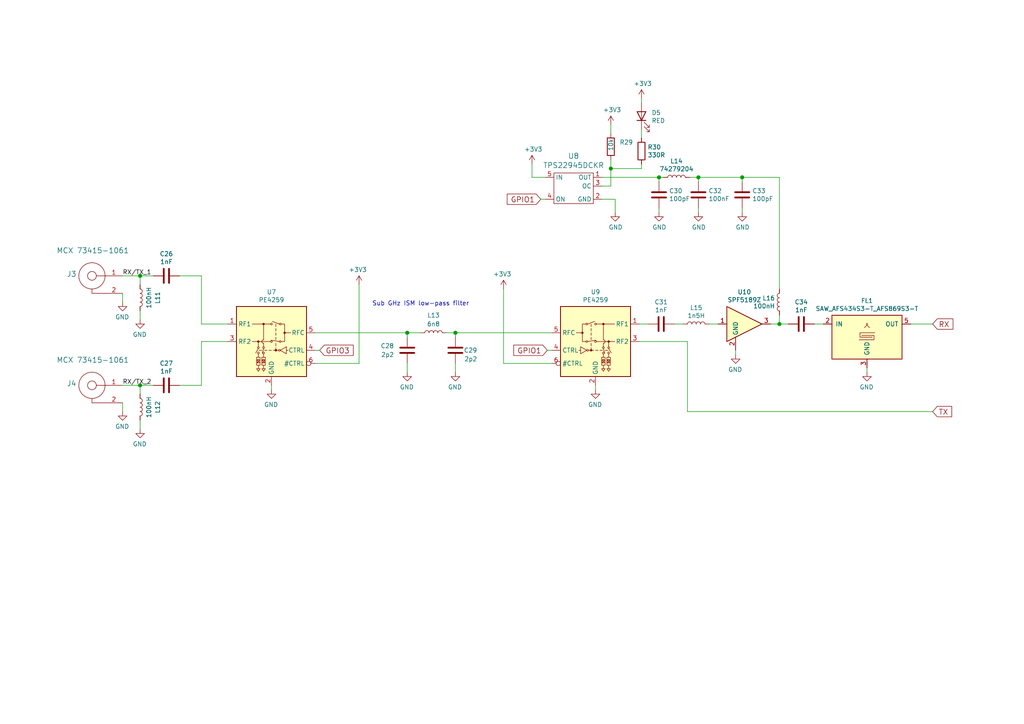
<source format=kicad_sch>
(kicad_sch (version 20210406) (generator eeschema)
  (paper "A4")
  (lib_symbols
    (symbol "Device:C" (pin_numbers hide) (pin_names (offset 0.254))
      (property "Reference" "C" (at 0.635 2.54 0))
      (property "Value" "C" (at 0.635 -2.54 0))
      (symbol "C_0_1"
        (polyline (pts (xy -2.032 -0.762) (xy 2.032 -0.762)) (stroke (width 0.508)))
        (polyline (pts (xy -2.032 0.762) (xy 2.032 0.762)) (stroke (width 0.508)))
      )
      (symbol "C_1_1"
        (pin passive line (at 0 3.81 270) (length 2.794) (name "~") (number "1"))
        (pin passive line (at 0 -3.81 90) (length 2.794) (name "~") (number "2"))
      )
    )
    (symbol "Device:L" (pin_numbers hide) (pin_names (offset 1.016) hide)
      (property "Reference" "L" (at -1.27 0 90))
      (property "Value" "L" (at 1.905 0 90))
      (symbol "L_0_1"
        (arc (start 0 -2.54) (end 0 -1.27) (radius (at 0 -1.905) (length 0.635) (angles -89.9 89.9)))
        (arc (start 0 -1.27) (end 0 0) (radius (at 0 -0.635) (length 0.635) (angles -89.9 89.9)))
        (arc (start 0 0) (end 0 1.27) (radius (at 0 0.635) (length 0.635) (angles -89.9 89.9)))
        (arc (start 0 1.27) (end 0 2.54) (radius (at 0 1.905) (length 0.635) (angles -89.9 89.9)))
      )
      (symbol "L_1_1"
        (pin passive line (at 0 3.81 270) (length 1.27) (name "1") (number "1"))
        (pin passive line (at 0 -3.81 90) (length 1.27) (name "2") (number "2"))
      )
    )
    (symbol "Device:LED" (pin_numbers hide) (pin_names (offset 1.016) hide)
      (property "Reference" "D" (at 0 2.54 0))
      (property "Value" "LED" (at 0 -2.54 0))
      (symbol "LED_0_1"
        (polyline (pts (xy -1.27 -1.27) (xy -1.27 1.27)) (stroke (width 0.254)))
        (polyline (pts (xy -1.27 0) (xy 1.27 0)))
        (polyline (pts (xy 1.27 -1.27) (xy 1.27 1.27) (xy -1.27 0) (xy 1.27 -1.27)) (stroke (width 0.254)))
        (polyline (pts (xy -3.048 -0.762) (xy -4.572 -2.286) (xy -3.81 -2.286) (xy -4.572 -2.286) (xy -4.572 -1.524)))
        (polyline (pts (xy -1.778 -0.762) (xy -3.302 -2.286) (xy -2.54 -2.286) (xy -3.302 -2.286) (xy -3.302 -1.524)))
      )
      (symbol "LED_1_1"
        (pin passive line (at -3.81 0 0) (length 2.54) (name "K") (number "1"))
        (pin passive line (at 3.81 0 180) (length 2.54) (name "A") (number "2"))
      )
    )
    (symbol "Device:R" (pin_numbers hide) (pin_names (offset 0))
      (property "Reference" "R" (at 2.032 0 90))
      (property "Value" "R" (at 0 0 90))
      (symbol "R_0_1"
        (rectangle (start -1.016 -2.54) (end 1.016 2.54) (stroke (width 0.254)))
      )
      (symbol "R_1_1"
        (pin passive line (at 0 3.81 270) (length 1.27) (name "~") (number "1"))
        (pin passive line (at 0 -3.81 90) (length 1.27) (name "~") (number "2"))
      )
    )
    (symbol "MLAB_CONNECTORS:SMA" (pin_names (offset 1.016))
      (property "Reference" "J" (at 0 5.08 0))
      (property "Value" "SMA" (at 3.81 -5.08 0))
      (symbol "SMA_0_1"
        (circle (center 0 0) (radius 1.27))
        (circle (center 0 0) (radius 3.81))
        (polyline (pts (xy -1.27 0) (xy -3.81 0)))
        (polyline (pts (xy 0 -3.81) (xy 0 -5.08) (xy -3.81 -5.08)))
      )
      (symbol "SMA_1_1"
        (pin unspecified line (at -8.89 0 0) (length 5.08) (name "~") (number "1"))
        (pin unspecified line (at -8.89 -5.08 0) (length 5.08) (name "~") (number "2"))
      )
    )
    (symbol "MLAB_IO:PE4259"
      (property "Reference" "U" (at -10.16 11.43 0))
      (property "Value" "PE4259" (at 1.27 11.43 0))
      (symbol "PE4259_0_0"
        (arc (start 2.286 -0.508) (end 2.286 0.508) (radius (at 2.286 0) (length 0.508) (angles -89.9 89.9)))
        (circle (center -2.286 -2.54) (radius 0.254))
        (circle (center -3.81 2.54) (radius 0.254) (fill (type outline)))
        (circle (center -1.27 -2.54) (radius 0.254) (fill (type outline)))
        (text "50" (at 2.286 -5.715 900) (effects (font (size 0.635 0.635))))
        (text "50" (at 3.81 -5.715 900) (effects (font (size 0.635 0.635))))
        (rectangle (start -10.16 10.16) (end 10.16 -10.16) (stroke (width 0.254)) (fill (type background)))
        (polyline (pts (xy -4.318 -2.54) (xy -4.826 -2.54)))
        (polyline (pts (xy -3.81 2.54) (xy -5.588 2.54)))
        (polyline (pts (xy -1.27 -2.54) (xy -1.27 -1.778)))
        (polyline (pts (xy -1.27 -1.27) (xy -1.27 -0.508)))
        (polyline (pts (xy -1.27 1.27) (xy -1.27 0.508)))
        (polyline (pts (xy -1.27 2.54) (xy -1.27 1.778)))
        (polyline (pts (xy -1.27 3.81) (xy -1.27 3.048)))
        (polyline (pts (xy -1.27 5.08) (xy -1.27 4.318)))
        (polyline (pts (xy -0.508 -2.54) (xy -2.032 -2.54)))
        (polyline (pts (xy 0 -2.54) (xy 0.762 -2.54)))
        (polyline (pts (xy 0.254 0) (xy 5.588 0)))
        (polyline (pts (xy 0.254 5.08) (xy 5.588 5.08)))
        (polyline (pts (xy 2.032 -2.54) (xy 1.27 -2.54)))
        (polyline (pts (xy 2.286 0.508) (xy 2.286 5.08)))
        (polyline (pts (xy 3.556 -2.54) (xy 2.794 -2.54)))
        (polyline (pts (xy -4.318 -1.524) (xy -4.318 -3.556) (xy -2.54 -2.54) (xy -4.318 -1.524)))
        (polyline (pts (xy -2.794 0) (xy -3.81 0) (xy -3.81 5.08) (xy -2.794 5.08)))
      )
      (symbol "PE4259_0_1"
        (circle (center -2.54 0) (radius 0.254))
        (circle (center -2.54 5.08) (radius 0.254))
        (circle (center 0 0) (radius 0.254))
        (circle (center 0 5.08) (radius 0.254))
        (circle (center 2.286 -3.302) (radius 0.254))
        (circle (center 2.286 -1.778) (radius 0.254))
        (circle (center 3.81 -3.302) (radius 0.254))
        (circle (center 3.81 -1.778) (radius 0.254))
        (circle (center 2.286 5.08) (radius 0.254) (fill (type outline)))
        (circle (center 3.81 0) (radius 0.254) (fill (type outline)))
        (rectangle (start 1.778 -4.572) (end 2.794 -6.858))
        (rectangle (start 3.302 -4.572) (end 4.318 -6.858))
        (polyline (pts (xy -2.286 0) (xy 0.127 0.381)))
        (polyline (pts (xy -2.286 5.08) (xy -0.254 5.842)))
        (polyline (pts (xy 2.286 -3.556) (xy 2.286 -4.572)))
        (polyline (pts (xy 2.286 -2.032) (xy 2.667 -3.429)))
        (polyline (pts (xy 2.286 -0.508) (xy 2.286 -1.524)))
        (polyline (pts (xy 3.81 -3.556) (xy 3.81 -4.572)))
        (polyline (pts (xy 3.81 -2.032) (xy 4.572 -3.302)))
        (polyline (pts (xy 3.81 0) (xy 3.81 -1.524)))
        (polyline (pts (xy 2.286 -6.858) (xy 2.286 -7.874) (xy 1.778 -7.874) (xy 2.286 -8.636) (xy 2.794 -7.874) (xy 2.286 -7.874)))
        (polyline (pts (xy 3.81 -6.858) (xy 3.81 -7.874) (xy 3.302 -7.874) (xy 3.81 -8.636) (xy 4.318 -7.874) (xy 3.81 -7.874)))
      )
      (symbol "PE4259_1_1"
        (pin passive line (at 12.7 5.08 180) (length 2.54) (name "RF1") (number "1"))
        (pin passive line (at 0 -12.7 90) (length 2.54) (name "GND") (number "2"))
        (pin passive line (at 12.7 0 180) (length 2.54) (name "RF2") (number "3"))
        (pin input line (at -12.7 -2.54 0) (length 2.54) (name "CTRL") (number "4"))
        (pin passive line (at -12.7 2.54 0) (length 2.54) (name "RFC") (number "5"))
        (pin input inverted (at -12.7 -6.35 0) (length 2.54) (name "#CTRL") (number "6"))
      )
    )
    (symbol "MLAB_IO:PE4259_1"
      (property "Reference" "U" (at -10.16 11.43 0))
      (property "Value" "PE4259" (at 1.27 11.43 0))
      (symbol "PE4259_1_0_0"
        (arc (start 2.286 -0.508) (end 2.286 0.508) (radius (at 2.286 0) (length 0.508) (angles -89.9 89.9)))
        (circle (center -2.286 -2.54) (radius 0.254))
        (circle (center -3.81 2.54) (radius 0.254) (fill (type outline)))
        (circle (center -1.27 -2.54) (radius 0.254) (fill (type outline)))
        (text "50" (at 2.286 -5.715 900) (effects (font (size 0.635 0.635))))
        (text "50" (at 3.81 -5.715 900) (effects (font (size 0.635 0.635))))
        (rectangle (start -10.16 10.16) (end 10.16 -10.16) (stroke (width 0.254)) (fill (type background)))
        (polyline (pts (xy -4.318 -2.54) (xy -4.826 -2.54)))
        (polyline (pts (xy -3.81 2.54) (xy -5.588 2.54)))
        (polyline (pts (xy -1.27 -2.54) (xy -1.27 -1.778)))
        (polyline (pts (xy -1.27 -1.27) (xy -1.27 -0.508)))
        (polyline (pts (xy -1.27 1.27) (xy -1.27 0.508)))
        (polyline (pts (xy -1.27 2.54) (xy -1.27 1.778)))
        (polyline (pts (xy -1.27 3.81) (xy -1.27 3.048)))
        (polyline (pts (xy -1.27 5.08) (xy -1.27 4.318)))
        (polyline (pts (xy -0.508 -2.54) (xy -2.032 -2.54)))
        (polyline (pts (xy 0 -2.54) (xy 0.762 -2.54)))
        (polyline (pts (xy 0.254 0) (xy 5.588 0)))
        (polyline (pts (xy 0.254 5.08) (xy 5.588 5.08)))
        (polyline (pts (xy 2.032 -2.54) (xy 1.27 -2.54)))
        (polyline (pts (xy 2.286 0.508) (xy 2.286 5.08)))
        (polyline (pts (xy 3.556 -2.54) (xy 2.794 -2.54)))
        (polyline (pts (xy -4.318 -1.524) (xy -4.318 -3.556) (xy -2.54 -2.54) (xy -4.318 -1.524)))
        (polyline (pts (xy -2.794 0) (xy -3.81 0) (xy -3.81 5.08) (xy -2.794 5.08)))
      )
      (symbol "PE4259_1_0_1"
        (circle (center -2.54 0) (radius 0.254))
        (circle (center -2.54 5.08) (radius 0.254))
        (circle (center 0 0) (radius 0.254))
        (circle (center 0 5.08) (radius 0.254))
        (circle (center 2.286 -3.302) (radius 0.254))
        (circle (center 2.286 -1.778) (radius 0.254))
        (circle (center 3.81 -3.302) (radius 0.254))
        (circle (center 3.81 -1.778) (radius 0.254))
        (circle (center 2.286 5.08) (radius 0.254) (fill (type outline)))
        (circle (center 3.81 0) (radius 0.254) (fill (type outline)))
        (rectangle (start 1.778 -4.572) (end 2.794 -6.858))
        (rectangle (start 3.302 -4.572) (end 4.318 -6.858))
        (polyline (pts (xy -2.286 0) (xy 0.127 0.381)))
        (polyline (pts (xy -2.286 5.08) (xy -0.254 5.842)))
        (polyline (pts (xy 2.286 -3.556) (xy 2.286 -4.572)))
        (polyline (pts (xy 2.286 -2.032) (xy 2.667 -3.429)))
        (polyline (pts (xy 2.286 -0.508) (xy 2.286 -1.524)))
        (polyline (pts (xy 3.81 -3.556) (xy 3.81 -4.572)))
        (polyline (pts (xy 3.81 -2.032) (xy 4.572 -3.302)))
        (polyline (pts (xy 3.81 0) (xy 3.81 -1.524)))
        (polyline (pts (xy 2.286 -6.858) (xy 2.286 -7.874) (xy 1.778 -7.874) (xy 2.286 -8.636) (xy 2.794 -7.874) (xy 2.286 -7.874)))
        (polyline (pts (xy 3.81 -6.858) (xy 3.81 -7.874) (xy 3.302 -7.874) (xy 3.81 -8.636) (xy 4.318 -7.874) (xy 3.81 -7.874)))
      )
      (symbol "PE4259_1_1_1"
        (pin passive line (at 12.7 5.08 180) (length 2.54) (name "RF1") (number "1"))
        (pin passive line (at 0 -12.7 90) (length 2.54) (name "GND") (number "2"))
        (pin passive line (at 12.7 0 180) (length 2.54) (name "RF2") (number "3"))
        (pin input line (at -12.7 -2.54 0) (length 2.54) (name "CTRL") (number "4"))
        (pin passive line (at -12.7 2.54 0) (length 2.54) (name "RFC") (number "5"))
        (pin input inverted (at -12.7 -6.35 0) (length 2.54) (name "#CTRL") (number "6"))
      )
    )
    (symbol "MLAB_IO:SAW_AFS434S3-T_AFS869S3-T" (pin_names (offset 1.016))
      (property "Reference" "FL" (at 2.54 -6.35 0))
      (property "Value" "SAW_AFS434S3-T_AFS869S3-T" (at 0 6.35 0))
      (symbol "SAW_AFS434S3-T_AFS869S3-T_0_1"
        (arc (start -0.762 1.524) (end 0 2.794) (radius (at -1.4224 2.794) (length 1.4224) (angles -62.5 0)))
        (arc (start 0 2.794) (end 0.762 1.524) (radius (at 1.4224 2.794) (length 1.4224) (angles 180 -117.5)))
        (rectangle (start -10.16 5.08) (end 10.16 -7.62) (stroke (width 0.254)) (fill (type background)))
        (polyline (pts (xy -1.524 -0.762) (xy -1.27 -0.762)))
        (polyline (pts (xy 1.524 -1.27) (xy -1.524 -1.27)))
        (polyline (pts (xy 1.524 -0.762) (xy -1.27 -0.762)))
        (polyline (pts (xy -1.524 -1.27) (xy -2.032 -1.27) (xy -2.032 0) (xy 2.286 0)))
        (polyline (pts (xy 1.524 -0.762) (xy 2.032 -0.762) (xy 2.032 -2.032) (xy -2.286 -2.032)))
      )
      (symbol "SAW_AFS434S3-T_AFS869S3-T_1_1"
        (pin passive line (at 0 -10.16 90) (length 2.54) hide (name "GND") (number "1"))
        (pin passive line (at -12.7 2.54 0) (length 2.54) (name "IN") (number "2"))
        (pin passive line (at 0 -10.16 90) (length 2.54) (name "GND") (number "3"))
        (pin passive line (at 0 -10.16 90) (length 2.54) hide (name "GND") (number "4"))
        (pin passive line (at 12.7 2.54 180) (length 2.54) (name "OUT") (number "5"))
        (pin passive line (at 0 -10.16 90) (length 2.54) hide (name "GND") (number "6"))
      )
    )
    (symbol "MLAB_IO:TPS22945DCKR"
      (property "Reference" "U" (at 1.27 -10.16 0))
      (property "Value" "TPS22945DCKR" (at 1.27 -7.62 0))
      (symbol "TPS22945DCKR_0_1"
        (rectangle (start -5.08 3.81) (end 6.35 -5.08))
      )
      (symbol "TPS22945DCKR_1_1"
        (pin power_out line (at 8.89 2.54 180) (length 2.54) (name "OUT") (number "1"))
        (pin input line (at 8.89 -3.81 180) (length 2.54) (name "GND") (number "2"))
        (pin bidirectional line (at 8.89 0 180) (length 2.54) (name "OC") (number "3"))
        (pin input line (at -7.62 -3.81 0) (length 2.54) (name "ON") (number "4"))
        (pin power_in line (at -7.62 2.54 0) (length 2.54) (name "IN") (number "5"))
      )
    )
    (symbol "RF_Amplifier:SPF5189Z"
      (property "Reference" "U" (at -1.27 7.62 0))
      (property "Value" "SPF5189Z" (at 2.54 5.08 0))
      (symbol "SPF5189Z_0_1"
        (polyline (pts (xy 5.08 0) (xy -5.08 5.08) (xy -5.08 -5.08) (xy 5.08 0)) (stroke (width 0.254)) (fill (type background)))
      )
      (symbol "SPF5189Z_1_1"
        (pin input line (at -7.62 0 0) (length 2.54) (name "~") (number "1"))
        (pin power_in line (at -2.54 -7.62 90) (length 3.81) (name "GND") (number "2"))
        (pin output line (at 7.62 0 180) (length 2.54) (name "~") (number "3"))
      )
    )
    (symbol "power:+3V3" (power) (pin_names (offset 0))
      (property "Value" "+3V3" (at 0 3.556 0))
      (symbol "+3V3_0_1"
        (polyline (pts (xy -0.762 1.27) (xy 0 2.54)))
        (polyline (pts (xy 0 0) (xy 0 2.54)))
        (polyline (pts (xy 0 2.54) (xy 0.762 1.27)))
      )
      (symbol "+3V3_1_1"
        (pin power_in line (at 0 0 90) (length 0) hide (name "+3V3") (number "1"))
      )
    )
    (symbol "power:GND" (power) (pin_names (offset 0))
      (property "Value" "GND" (at 0 -3.81 0))
      (symbol "GND_0_1"
        (polyline (pts (xy 0 0) (xy 0 -1.27) (xy 1.27 -1.27) (xy 0 -2.54) (xy -1.27 -1.27) (xy 0 -1.27)))
      )
      (symbol "GND_1_1"
        (pin power_in line (at 0 0 270) (length 0) hide (name "GND") (number "1"))
      )
    )
  )
  (junction (at 40.64 80.01) (diameter 1.016))
  (junction (at 40.64 111.76) (diameter 1.016))
  (junction (at 118.11 96.52) (diameter 1.016))
  (junction (at 132.08 96.52) (diameter 1.016))
  (junction (at 177.165 48.895) (diameter 1.016))
  (junction (at 191.135 51.435) (diameter 1.016))
  (junction (at 202.565 51.435) (diameter 1.016))
  (junction (at 215.265 51.435) (diameter 1.016))
  (junction (at 226.06 93.98) (diameter 1.016))
  (wire (pts (xy 35.56 85.09) (xy 35.56 87.63)))
  (wire (pts (xy 35.56 116.84) (xy 35.56 119.38)))
  (wire (pts (xy 40.64 80.01) (xy 35.56 80.01)))
  (wire (pts (xy 40.64 80.01) (xy 40.64 82.55)))
  (wire (pts (xy 40.64 90.17) (xy 40.64 92.71)))
  (wire (pts (xy 40.64 111.76) (xy 35.56 111.76)))
  (wire (pts (xy 40.64 111.76) (xy 40.64 114.3)))
  (wire (pts (xy 40.64 121.92) (xy 40.64 124.46)))
  (wire (pts (xy 44.45 80.01) (xy 40.64 80.01)))
  (wire (pts (xy 44.45 111.76) (xy 40.64 111.76)))
  (wire (pts (xy 58.42 80.01) (xy 52.07 80.01)))
  (wire (pts (xy 58.42 93.98) (xy 58.42 80.01)))
  (wire (pts (xy 58.42 99.06) (xy 58.42 111.76)))
  (wire (pts (xy 58.42 111.76) (xy 52.07 111.76)))
  (wire (pts (xy 66.04 93.98) (xy 58.42 93.98)))
  (wire (pts (xy 66.04 99.06) (xy 58.42 99.06)))
  (wire (pts (xy 78.74 111.76) (xy 78.74 113.03)))
  (wire (pts (xy 91.44 96.52) (xy 118.11 96.52)))
  (wire (pts (xy 91.44 101.6) (xy 92.71 101.6)))
  (wire (pts (xy 91.44 105.41) (xy 104.14 105.41)))
  (wire (pts (xy 104.14 82.55) (xy 104.14 105.41)))
  (wire (pts (xy 118.11 96.52) (xy 118.11 97.79)))
  (wire (pts (xy 118.11 105.41) (xy 118.11 107.95)))
  (wire (pts (xy 121.92 96.52) (xy 118.11 96.52)))
  (wire (pts (xy 132.08 96.52) (xy 129.54 96.52)))
  (wire (pts (xy 132.08 96.52) (xy 132.08 97.79)))
  (wire (pts (xy 132.08 96.52) (xy 160.02 96.52)))
  (wire (pts (xy 132.08 105.41) (xy 132.08 107.95)))
  (wire (pts (xy 146.05 83.82) (xy 146.05 105.41)))
  (wire (pts (xy 146.05 105.41) (xy 160.02 105.41)))
  (wire (pts (xy 154.305 47.625) (xy 154.305 51.435)))
  (wire (pts (xy 154.305 51.435) (xy 158.115 51.435)))
  (wire (pts (xy 156.845 57.785) (xy 158.115 57.785)))
  (wire (pts (xy 158.75 101.6) (xy 160.02 101.6)))
  (wire (pts (xy 172.72 111.76) (xy 172.72 113.03)))
  (wire (pts (xy 174.625 51.435) (xy 191.135 51.435)))
  (wire (pts (xy 174.625 53.975) (xy 177.165 53.975)))
  (wire (pts (xy 174.625 57.785) (xy 178.435 57.785)))
  (wire (pts (xy 177.165 36.195) (xy 177.165 38.735)))
  (wire (pts (xy 177.165 46.355) (xy 177.165 48.895)))
  (wire (pts (xy 177.165 48.895) (xy 177.165 53.975)))
  (wire (pts (xy 177.165 48.895) (xy 186.055 48.895)))
  (wire (pts (xy 178.435 57.785) (xy 178.435 61.595)))
  (wire (pts (xy 186.055 28.575) (xy 186.055 29.845)))
  (wire (pts (xy 186.055 37.465) (xy 186.055 40.005)))
  (wire (pts (xy 186.055 47.625) (xy 186.055 48.895)))
  (wire (pts (xy 187.96 93.98) (xy 185.42 93.98)))
  (wire (pts (xy 191.135 51.435) (xy 191.135 52.705)))
  (wire (pts (xy 191.135 51.435) (xy 192.405 51.435)))
  (wire (pts (xy 191.135 60.325) (xy 191.135 61.595)))
  (wire (pts (xy 198.12 93.98) (xy 195.58 93.98)))
  (wire (pts (xy 199.39 99.06) (xy 185.42 99.06)))
  (wire (pts (xy 199.39 119.38) (xy 199.39 99.06)))
  (wire (pts (xy 199.39 119.38) (xy 270.51 119.38)))
  (wire (pts (xy 200.025 51.435) (xy 202.565 51.435)))
  (wire (pts (xy 202.565 51.435) (xy 202.565 52.705)))
  (wire (pts (xy 202.565 51.435) (xy 215.265 51.435)))
  (wire (pts (xy 202.565 60.325) (xy 202.565 61.595)))
  (wire (pts (xy 208.28 93.98) (xy 205.74 93.98)))
  (wire (pts (xy 213.36 101.6) (xy 213.36 102.87)))
  (wire (pts (xy 215.265 51.435) (xy 215.265 52.705)))
  (wire (pts (xy 215.265 51.435) (xy 226.06 51.435)))
  (wire (pts (xy 215.265 60.325) (xy 215.265 61.595)))
  (wire (pts (xy 226.06 51.435) (xy 226.06 83.82)))
  (wire (pts (xy 226.06 91.44) (xy 226.06 93.98)))
  (wire (pts (xy 226.06 93.98) (xy 223.52 93.98)))
  (wire (pts (xy 228.6 93.98) (xy 226.06 93.98)))
  (wire (pts (xy 238.76 93.98) (xy 236.22 93.98)))
  (wire (pts (xy 251.46 106.68) (xy 251.46 107.95)))
  (wire (pts (xy 270.51 93.98) (xy 264.16 93.98)))
  (text "Sub GHz ISM low-pass filter " (at 107.95 88.9 0) (effects (font (size 1.27 1.27)) (justify left bottom)))
  (label "RX{slash}TX_1" (at 35.56 80.01 0))
  (label "RX{slash}TX_2" (at 35.56 111.76 0))
  (global_label "GPIO3" (shape input) (at 92.71 101.6 0) (effects (font (size 1.524 1.524))) (property "Intersheet References" "${INTERSHEET_REFS}" (effects hide)))
  (global_label "GPIO1" (shape input) (at 156.845 57.785 180) (effects (font (size 1.524 1.524))) (property "Intersheet References" "${INTERSHEET_REFS}" (effects hide)))
  (global_label "GPIO1" (shape input) (at 158.75 101.6 180) (effects (font (size 1.524 1.524))) (property "Intersheet References" "${INTERSHEET_REFS}" (effects hide)))
  (global_label "RX" (shape input) (at 270.51 93.98 0) (effects (font (size 1.524 1.524))) (property "Intersheet References" "${INTERSHEET_REFS}" (effects hide)))
  (global_label "TX" (shape input) (at 270.51 119.38 0) (effects (font (size 1.524 1.524))) (property "Intersheet References" "${INTERSHEET_REFS}" (effects hide)))
  (symbol (lib_id "power:+3V3") (at 104.14 82.55 0) (mirror y) (unit 1)
    (property "Reference" "#PWR0178" (effects hide))
    (property "Value" "+3V3" (at 103.7717 78.2256 0))
  )
  (symbol (lib_id "power:+3V3") (at 146.05 83.82 0) (mirror y) (unit 1)
    (property "Reference" "#PWR0171" (effects hide))
    (property "Value" "+3V3" (at 145.6817 79.4956 0))
  )
  (symbol (lib_id "power:+3V3") (at 154.305 47.625 0) (unit 1)
    (property "Reference" "#PWR0189" (effects hide))
    (property "Value" "+3V3" (at 154.6733 43.3006 0))
  )
  (symbol (lib_id "power:+3V3") (at 177.165 36.195 0) (unit 1)
    (property "Reference" "#PWR0188" (effects hide))
    (property "Value" "+3V3" (at 177.5333 31.8706 0))
  )
  (symbol (lib_id "power:+3V3") (at 186.055 28.575 0) (unit 1)
    (property "Reference" "#PWR0187" (effects hide))
    (property "Value" "+3V3" (at 186.4233 24.2506 0))
  )
  (symbol (lib_id "power:GND") (at 35.56 87.63 0) (mirror y) (unit 1)
    (property "Reference" "#PWR0180" (effects hide))
    (property "Value" "GND" (at 35.4457 91.9544 0))
  )
  (symbol (lib_id "power:GND") (at 35.56 119.38 0) (mirror y) (unit 1)
    (property "Reference" "#PWR0176" (effects hide))
    (property "Value" "GND" (at 35.4457 123.7044 0))
  )
  (symbol (lib_id "power:GND") (at 40.64 92.71 0) (mirror y) (unit 1)
    (property "Reference" "#PWR0179" (effects hide))
    (property "Value" "GND" (at 40.5257 97.0344 0))
  )
  (symbol (lib_id "power:GND") (at 40.64 124.46 0) (mirror y) (unit 1)
    (property "Reference" "#PWR0175" (effects hide))
    (property "Value" "GND" (at 40.5257 128.7844 0))
  )
  (symbol (lib_id "power:GND") (at 78.74 113.03 0) (mirror y) (unit 1)
    (property "Reference" "#PWR0177" (effects hide))
    (property "Value" "GND" (at 78.6257 117.3544 0))
  )
  (symbol (lib_id "power:GND") (at 118.11 107.95 0) (mirror y) (unit 1)
    (property "Reference" "#PWR0172" (effects hide))
    (property "Value" "GND" (at 117.9957 112.2744 0))
  )
  (symbol (lib_id "power:GND") (at 132.08 107.95 0) (mirror y) (unit 1)
    (property "Reference" "#PWR0173" (effects hide))
    (property "Value" "GND" (at 131.9657 112.2744 0))
  )
  (symbol (lib_id "power:GND") (at 172.72 113.03 0) (mirror y) (unit 1)
    (property "Reference" "#PWR0174" (effects hide))
    (property "Value" "GND" (at 172.6057 117.3544 0))
  )
  (symbol (lib_id "power:GND") (at 178.435 61.595 0) (unit 1)
    (property "Reference" "#PWR0183" (effects hide))
    (property "Value" "GND" (at 178.5493 65.9194 0))
  )
  (symbol (lib_id "power:GND") (at 191.135 61.595 0) (unit 1)
    (property "Reference" "#PWR0181" (effects hide))
    (property "Value" "GND" (at 191.2493 65.9194 0))
  )
  (symbol (lib_id "power:GND") (at 202.565 61.595 0) (unit 1)
    (property "Reference" "#PWR0182" (effects hide))
    (property "Value" "GND" (at 202.6793 65.9194 0))
  )
  (symbol (lib_id "power:GND") (at 213.36 102.87 0) (mirror y) (unit 1)
    (property "Reference" "#PWR0185" (effects hide))
    (property "Value" "GND" (at 213.2457 107.1944 0))
  )
  (symbol (lib_id "power:GND") (at 215.265 61.595 0) (unit 1)
    (property "Reference" "#PWR0186" (effects hide))
    (property "Value" "GND" (at 215.3793 65.9194 0))
  )
  (symbol (lib_id "power:GND") (at 251.46 107.95 0) (mirror y) (unit 1)
    (property "Reference" "#PWR0184" (effects hide))
    (property "Value" "GND" (at 251.3457 112.2744 0))
  )
  (symbol (lib_id "Device:L") (at 40.64 86.36 0) (mirror x) (unit 1)
    (property "Reference" "L11" (at 45.72 86.36 90))
    (property "Value" "100nH" (at 43.18 86.36 90))
    (property "Footprint" "Inductor_SMD:L_0805_2012Metric" (effects hide))
    (property "UST_ID" "5c70984412875079b91f880a" (effects hide))
  )
  (symbol (lib_id "Device:L") (at 40.64 118.11 0) (mirror x) (unit 1)
    (property "Reference" "L12" (at 45.72 118.11 90))
    (property "Value" "100nH" (at 43.18 118.11 90))
    (property "Footprint" "Inductor_SMD:L_0805_2012Metric" (effects hide))
    (property "UST_ID" "5c70984412875079b91f880a" (effects hide))
  )
  (symbol (lib_id "Device:L") (at 125.73 96.52 270) (mirror x) (unit 1)
    (property "Reference" "L13" (at 125.73 91.44 90))
    (property "Value" "6n8" (at 125.73 93.98 90))
    (property "Footprint" "Inductor_SMD:L_0805_2012Metric" (effects hide))
    (property "UST_ID" "5face69f12875025b3977f1d" (effects hide))
  )
  (symbol (lib_id "Device:L") (at 196.215 51.435 90) (unit 1)
    (property "Reference" "L14" (at 196.215 46.7168 90))
    (property "Value" "74279204" (at 196.215 49.015 90))
    (property "Footprint" "Inductor_SMD:L_0805_2012Metric" (effects hide))
  )
  (symbol (lib_id "Device:L") (at 201.93 93.98 270) (mirror x) (unit 1)
    (property "Reference" "L15" (at 201.93 89.2618 90))
    (property "Value" "1n5H" (at 201.93 91.561 90))
    (property "Footprint" "Inductor_SMD:L_0805_2012Metric" (effects hide))
    (property "UST_ID" "5face60a12875025b3977f03" (effects hide))
  )
  (symbol (lib_id "Device:L") (at 226.06 87.63 0) (mirror y) (unit 1)
    (property "Reference" "L16" (at 224.7899 86.4806 0) (effects (justify left)))
    (property "Value" "100nH" (at 224.79 88.779 0) (effects (justify left)))
    (property "Footprint" "Inductor_SMD:L_0805_2012Metric" (effects hide))
    (property "UST_ID" "5c70984412875079b91f880a" (effects hide))
  )
  (symbol (lib_id "Device:R") (at 177.165 42.545 0) (unit 1)
    (property "Reference" "R29" (at 179.705 41.275 0) (effects (justify left)))
    (property "Value" "10k" (at 177.165 43.815 90) (effects (justify left)))
    (property "Footprint" "Resistor_SMD:R_0603_1608Metric" (effects hide))
    (property "UST_ID" "5c70984612875079b91f899f" (effects hide))
  )
  (symbol (lib_id "Device:R") (at 186.055 43.815 0) (unit 1)
    (property "Reference" "R30" (at 187.8331 42.6656 0) (effects (justify left)))
    (property "Value" "330R" (at 187.833 44.964 0) (effects (justify left)))
    (property "Footprint" "Resistor_SMD:R_0603_1608Metric" (effects hide))
    (property "UST_ID" "5c70984512875079b91f8984" (effects hide))
  )
  (symbol (lib_id "Device:LED") (at 186.055 33.655 90) (unit 1)
    (property "Reference" "D5" (at 188.9761 32.6961 90) (effects (justify right)))
    (property "Value" "RED" (at 188.976 34.995 90) (effects (justify right)))
    (property "Footprint" "LED_SMD:LED_0603_1608Metric_Castellated" (effects hide))
    (property "UST_ID" "5c70984412875079b91f8896" (effects hide))
  )
  (symbol (lib_id "Device:C") (at 48.26 80.01 270) (mirror x) (unit 1)
    (property "Reference" "C26" (at 48.26 73.6408 90))
    (property "Value" "1nF" (at 48.26 75.94 90))
    (property "Footprint" "Capacitor_SMD:C_0603_1608Metric" (effects hide))
    (property "UST_ID" "5c70984712875079b91f8b45" (effects hide))
  )
  (symbol (lib_id "Device:C") (at 48.26 111.76 270) (mirror x) (unit 1)
    (property "Reference" "C27" (at 48.26 105.3908 90))
    (property "Value" "1nF" (at 48.26 107.69 90))
    (property "Footprint" "Capacitor_SMD:C_0603_1608Metric" (effects hide))
    (property "UST_ID" "5c70984712875079b91f8b45" (effects hide))
  )
  (symbol (lib_id "Device:C") (at 118.11 101.6 0) (mirror y) (unit 1)
    (property "Reference" "C28" (at 114.3 100.33 0) (effects (justify left)))
    (property "Value" "2p2" (at 114.3 102.87 0) (effects (justify left)))
    (property "Footprint" "Capacitor_SMD:C_0603_1608Metric" (effects hide))
    (property "UST_ID" "5c70984712875079b91f8b27" (effects hide))
  )
  (symbol (lib_id "Device:C") (at 132.08 101.6 0) (mirror y) (unit 1)
    (property "Reference" "C29" (at 138.43 101.6 0) (effects (justify left)))
    (property "Value" "2p2" (at 138.43 104.14 0) (effects (justify left)))
    (property "Footprint" "Capacitor_SMD:C_0603_1608Metric" (effects hide))
    (property "UST_ID" "5c70984712875079b91f8b27" (effects hide))
  )
  (symbol (lib_id "Device:C") (at 191.135 56.515 0) (unit 1)
    (property "Reference" "C30" (at 194.0561 55.3656 0) (effects (justify left)))
    (property "Value" "100pF" (at 194.056 57.664 0) (effects (justify left)))
    (property "Footprint" "Capacitor_SMD:C_0603_1608Metric" (effects hide))
    (property "UST_ID" "5c70984712875079b91f8b3b" (effects hide))
  )
  (symbol (lib_id "Device:C") (at 191.77 93.98 270) (mirror x) (unit 1)
    (property "Reference" "C31" (at 191.77 87.6108 90))
    (property "Value" "1nF" (at 191.77 89.91 90))
    (property "Footprint" "Capacitor_SMD:C_0603_1608Metric" (effects hide))
    (property "UST_ID" "5c70984712875079b91f8b45" (effects hide))
  )
  (symbol (lib_id "Device:C") (at 202.565 56.515 0) (unit 1)
    (property "Reference" "C32" (at 205.4861 55.3656 0) (effects (justify left)))
    (property "Value" "100nF" (at 205.486 57.664 0) (effects (justify left)))
    (property "Footprint" "Capacitor_SMD:C_0603_1608Metric" (effects hide))
    (property "UST_ID" "5c70984712875079b91f8b4c" (effects hide))
  )
  (symbol (lib_id "Device:C") (at 215.265 56.515 0) (unit 1)
    (property "Reference" "C33" (at 218.1861 55.3656 0) (effects (justify left)))
    (property "Value" "100pF" (at 218.186 57.664 0) (effects (justify left)))
    (property "Footprint" "Capacitor_SMD:C_0603_1608Metric" (effects hide))
    (property "UST_ID" "5c70984712875079b91f8b3b" (effects hide))
  )
  (symbol (lib_id "Device:C") (at 232.41 93.98 270) (mirror x) (unit 1)
    (property "Reference" "C34" (at 232.41 87.6108 90))
    (property "Value" "1nF" (at 232.41 89.91 90))
    (property "Footprint" "Capacitor_SMD:C_0603_1608Metric" (effects hide))
    (property "UST_ID" "5c70984712875079b91f8b45" (effects hide))
  )
  (symbol (lib_id "MLAB_CONNECTORS:SMA") (at 26.67 80.01 0) (mirror y) (unit 1)
    (property "Reference" "J3" (at 22.2249 79.4817 0) (effects (font (size 1.524 1.524)) (justify left)))
    (property "Value" "MCX 73415-1061" (at 37.4649 72.6643 0) (effects (font (size 1.524 1.524)) (justify left)))
    (property "Footprint" "Mlab_CON:MCX_Molex_73415-1061" (effects hide))
  )
  (symbol (lib_id "MLAB_CONNECTORS:SMA") (at 26.67 111.76 0) (mirror y) (unit 1)
    (property "Reference" "J4" (at 22.2249 111.2317 0) (effects (font (size 1.524 1.524)) (justify left)))
    (property "Value" "MCX 73415-1061" (at 37.4649 104.4143 0) (effects (font (size 1.524 1.524)) (justify left)))
    (property "Footprint" "Mlab_CON:MCX_Molex_73415-1061" (effects hide))
  )
  (symbol (lib_id "MLAB_IO:TPS22945DCKR") (at 165.735 53.975 0) (unit 1)
    (property "Reference" "U8" (at 166.37 45.2399 0) (effects (font (size 1.524 1.524))))
    (property "Value" "TPS22945DCKR" (at 166.37 47.9475 0) (effects (font (size 1.524 1.524))))
    (property "Footprint" "Package_TO_SOT_SMD:SOT-353_SC-70-5" (effects hide))
    (property "Datasheet" "https://www.ti.com/lit/ds/symlink/tps22945.pdf?HQS=TI-null-null-mousermode-df-pf-null-wwe&ts=1603435443532&ref_url=https%253A%252F%252Fcz.mouser.com%252F" (effects hide))
    (property "UST_ID" "5c70984612875079b91f89ca" (effects hide))
  )
  (symbol (lib_id "RF_Amplifier:SPF5189Z") (at 215.9 93.98 0) (unit 1)
    (property "Reference" "U10" (at 215.9 84.6898 0))
    (property "Value" "SPF5189Z" (at 215.9 86.9885 0))
    (property "Footprint" "Package_TO_SOT_SMD:SOT-89-3" (effects hide))
    (property "Datasheet" "www.qorvo.com/products/d/da001910" (effects hide))
    (property "UST_ID" "5c70984612875079b91f8a08" (effects hide))
  )
  (symbol (lib_id "MLAB_IO:SAW_AFS434S3-T_AFS869S3-T") (at 251.46 96.52 0) (unit 1)
    (property "Reference" "FL1" (at 251.46 87.2298 0))
    (property "Value" "SAW_AFS434S3-T_AFS869S3-T" (at 251.46 89.528 0))
    (property "Footprint" "MLAB_SAW:ABRACON_AFS" (effects hide))
    (property "UST_ID" "5c70984712875079b91f8b19" (effects hide))
  )
  (symbol (lib_id "MLAB_IO:PE4259") (at 78.74 99.06 0) (mirror y) (unit 1)
    (property "Reference" "U7" (at 78.74 84.6898 0))
    (property "Value" "PE4259" (at 78.74 86.9885 0))
    (property "Footprint" "Package_TO_SOT_SMD:SOT-363_SC-70-6" (effects hide))
    (property "Datasheet" "https://www.psemi.com/pdf/datasheets/pe4259ds.pdf" (effects hide))
    (property "UST_ID" "5face19b12875025b3977e15" (effects hide))
  )
  (symbol (lib_name "MLAB_IO:PE4259_1") (lib_id "MLAB_IO:PE4259") (at 172.72 99.06 0) (unit 1)
    (property "Reference" "U9" (at 172.72 84.6898 0))
    (property "Value" "PE4259" (at 172.72 86.9885 0))
    (property "Footprint" "Package_TO_SOT_SMD:SOT-363_SC-70-6" (effects hide))
    (property "Datasheet" "https://www.psemi.com/pdf/datasheets/pe4259ds.pdf" (effects hide))
    (property "UST_ID" "5face19b12875025b3977e15" (effects hide))
  )
)
</source>
